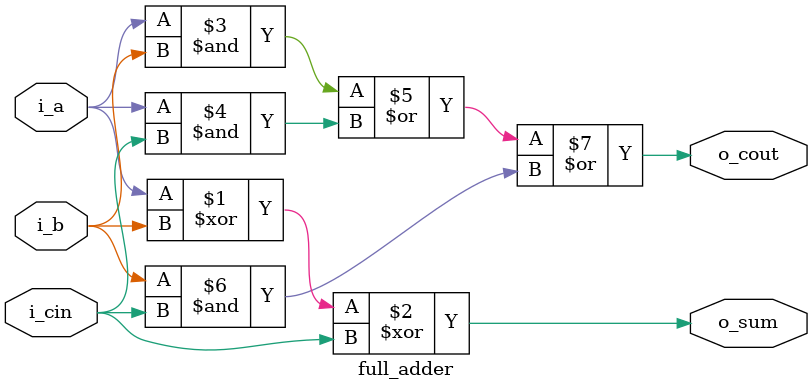
<source format=v>
module full_adder (
    input  wire i_a, i_b, i_cin,
    output wire o_sum, o_cout
);
    assign o_sum  = i_a ^ i_b ^ i_cin;
    assign o_cout = (i_a & i_b) | (i_a & i_cin) | (i_b & i_cin);
endmodule

</source>
